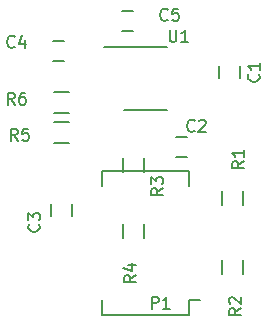
<source format=gbr>
G04 #@! TF.FileFunction,Legend,Top*
%FSLAX46Y46*%
G04 Gerber Fmt 4.6, Leading zero omitted, Abs format (unit mm)*
G04 Created by KiCad (PCBNEW 4.0.2+e4-6225~38~ubuntu16.04.1-stable) date fre  5 aug 2016 15:05:03*
%MOMM*%
G01*
G04 APERTURE LIST*
%ADD10C,0.100000*%
%ADD11C,0.150000*%
G04 APERTURE END LIST*
D10*
D11*
X117467000Y-128533000D02*
X117467000Y-127263000D01*
X110117000Y-128533000D02*
X110117000Y-127263000D01*
X110117000Y-116323000D02*
X110117000Y-117593000D01*
X117467000Y-116323000D02*
X117467000Y-117593000D01*
X117467000Y-128533000D02*
X110117000Y-128533000D01*
X117467000Y-116323000D02*
X110117000Y-116323000D01*
X117467000Y-127263000D02*
X118402000Y-127263000D01*
X121754000Y-108450000D02*
X121754000Y-107450000D01*
X120054000Y-107450000D02*
X120054000Y-108450000D01*
X116340000Y-115150000D02*
X117340000Y-115150000D01*
X117340000Y-113450000D02*
X116340000Y-113450000D01*
X105830000Y-119134000D02*
X105830000Y-120134000D01*
X107530000Y-120134000D02*
X107530000Y-119134000D01*
X106926000Y-105322000D02*
X105926000Y-105322000D01*
X105926000Y-107022000D02*
X106926000Y-107022000D01*
X111768000Y-104482000D02*
X112768000Y-104482000D01*
X112768000Y-102782000D02*
X111768000Y-102782000D01*
X122033000Y-118018000D02*
X122033000Y-119218000D01*
X120283000Y-119218000D02*
X120283000Y-118018000D01*
X122033000Y-123860000D02*
X122033000Y-125060000D01*
X120283000Y-125060000D02*
X120283000Y-123860000D01*
X113651000Y-115224000D02*
X113651000Y-116424000D01*
X111901000Y-116424000D02*
X111901000Y-115224000D01*
X113651000Y-120812000D02*
X113651000Y-122012000D01*
X111901000Y-122012000D02*
X111901000Y-120812000D01*
X106080000Y-112155000D02*
X107280000Y-112155000D01*
X107280000Y-113905000D02*
X106080000Y-113905000D01*
X106080000Y-109615000D02*
X107280000Y-109615000D01*
X107280000Y-111365000D02*
X106080000Y-111365000D01*
X111937700Y-111110500D02*
X115646300Y-111110500D01*
X110262700Y-105805500D02*
X115646300Y-105805500D01*
X114323905Y-127960381D02*
X114323905Y-126960381D01*
X114704858Y-126960381D01*
X114800096Y-127008000D01*
X114847715Y-127055619D01*
X114895334Y-127150857D01*
X114895334Y-127293714D01*
X114847715Y-127388952D01*
X114800096Y-127436571D01*
X114704858Y-127484190D01*
X114323905Y-127484190D01*
X115847715Y-127960381D02*
X115276286Y-127960381D01*
X115562000Y-127960381D02*
X115562000Y-126960381D01*
X115466762Y-127103238D01*
X115371524Y-127198476D01*
X115276286Y-127246095D01*
X123361143Y-108116666D02*
X123408762Y-108164285D01*
X123456381Y-108307142D01*
X123456381Y-108402380D01*
X123408762Y-108545238D01*
X123313524Y-108640476D01*
X123218286Y-108688095D01*
X123027810Y-108735714D01*
X122884952Y-108735714D01*
X122694476Y-108688095D01*
X122599238Y-108640476D01*
X122504000Y-108545238D01*
X122456381Y-108402380D01*
X122456381Y-108307142D01*
X122504000Y-108164285D01*
X122551619Y-108116666D01*
X123456381Y-107164285D02*
X123456381Y-107735714D01*
X123456381Y-107450000D02*
X122456381Y-107450000D01*
X122599238Y-107545238D01*
X122694476Y-107640476D01*
X122742095Y-107735714D01*
X117943334Y-112879143D02*
X117895715Y-112926762D01*
X117752858Y-112974381D01*
X117657620Y-112974381D01*
X117514762Y-112926762D01*
X117419524Y-112831524D01*
X117371905Y-112736286D01*
X117324286Y-112545810D01*
X117324286Y-112402952D01*
X117371905Y-112212476D01*
X117419524Y-112117238D01*
X117514762Y-112022000D01*
X117657620Y-111974381D01*
X117752858Y-111974381D01*
X117895715Y-112022000D01*
X117943334Y-112069619D01*
X118324286Y-112069619D02*
X118371905Y-112022000D01*
X118467143Y-111974381D01*
X118705239Y-111974381D01*
X118800477Y-112022000D01*
X118848096Y-112069619D01*
X118895715Y-112164857D01*
X118895715Y-112260095D01*
X118848096Y-112402952D01*
X118276667Y-112974381D01*
X118895715Y-112974381D01*
X104751143Y-120816666D02*
X104798762Y-120864285D01*
X104846381Y-121007142D01*
X104846381Y-121102380D01*
X104798762Y-121245238D01*
X104703524Y-121340476D01*
X104608286Y-121388095D01*
X104417810Y-121435714D01*
X104274952Y-121435714D01*
X104084476Y-121388095D01*
X103989238Y-121340476D01*
X103894000Y-121245238D01*
X103846381Y-121102380D01*
X103846381Y-121007142D01*
X103894000Y-120864285D01*
X103941619Y-120816666D01*
X103846381Y-120483333D02*
X103846381Y-119864285D01*
X104227333Y-120197619D01*
X104227333Y-120054761D01*
X104274952Y-119959523D01*
X104322571Y-119911904D01*
X104417810Y-119864285D01*
X104655905Y-119864285D01*
X104751143Y-119911904D01*
X104798762Y-119959523D01*
X104846381Y-120054761D01*
X104846381Y-120340476D01*
X104798762Y-120435714D01*
X104751143Y-120483333D01*
X102703334Y-105767143D02*
X102655715Y-105814762D01*
X102512858Y-105862381D01*
X102417620Y-105862381D01*
X102274762Y-105814762D01*
X102179524Y-105719524D01*
X102131905Y-105624286D01*
X102084286Y-105433810D01*
X102084286Y-105290952D01*
X102131905Y-105100476D01*
X102179524Y-105005238D01*
X102274762Y-104910000D01*
X102417620Y-104862381D01*
X102512858Y-104862381D01*
X102655715Y-104910000D01*
X102703334Y-104957619D01*
X103560477Y-105195714D02*
X103560477Y-105862381D01*
X103322381Y-104814762D02*
X103084286Y-105529048D01*
X103703334Y-105529048D01*
X115657334Y-103481143D02*
X115609715Y-103528762D01*
X115466858Y-103576381D01*
X115371620Y-103576381D01*
X115228762Y-103528762D01*
X115133524Y-103433524D01*
X115085905Y-103338286D01*
X115038286Y-103147810D01*
X115038286Y-103004952D01*
X115085905Y-102814476D01*
X115133524Y-102719238D01*
X115228762Y-102624000D01*
X115371620Y-102576381D01*
X115466858Y-102576381D01*
X115609715Y-102624000D01*
X115657334Y-102671619D01*
X116562096Y-102576381D02*
X116085905Y-102576381D01*
X116038286Y-103052571D01*
X116085905Y-103004952D01*
X116181143Y-102957333D01*
X116419239Y-102957333D01*
X116514477Y-103004952D01*
X116562096Y-103052571D01*
X116609715Y-103147810D01*
X116609715Y-103385905D01*
X116562096Y-103481143D01*
X116514477Y-103528762D01*
X116419239Y-103576381D01*
X116181143Y-103576381D01*
X116085905Y-103528762D01*
X116038286Y-103481143D01*
X122118381Y-115482666D02*
X121642190Y-115816000D01*
X122118381Y-116054095D02*
X121118381Y-116054095D01*
X121118381Y-115673142D01*
X121166000Y-115577904D01*
X121213619Y-115530285D01*
X121308857Y-115482666D01*
X121451714Y-115482666D01*
X121546952Y-115530285D01*
X121594571Y-115577904D01*
X121642190Y-115673142D01*
X121642190Y-116054095D01*
X122118381Y-114530285D02*
X122118381Y-115101714D01*
X122118381Y-114816000D02*
X121118381Y-114816000D01*
X121261238Y-114911238D01*
X121356476Y-115006476D01*
X121404095Y-115101714D01*
X121864381Y-127928666D02*
X121388190Y-128262000D01*
X121864381Y-128500095D02*
X120864381Y-128500095D01*
X120864381Y-128119142D01*
X120912000Y-128023904D01*
X120959619Y-127976285D01*
X121054857Y-127928666D01*
X121197714Y-127928666D01*
X121292952Y-127976285D01*
X121340571Y-128023904D01*
X121388190Y-128119142D01*
X121388190Y-128500095D01*
X120959619Y-127547714D02*
X120912000Y-127500095D01*
X120864381Y-127404857D01*
X120864381Y-127166761D01*
X120912000Y-127071523D01*
X120959619Y-127023904D01*
X121054857Y-126976285D01*
X121150095Y-126976285D01*
X121292952Y-127023904D01*
X121864381Y-127595333D01*
X121864381Y-126976285D01*
X115260381Y-117768666D02*
X114784190Y-118102000D01*
X115260381Y-118340095D02*
X114260381Y-118340095D01*
X114260381Y-117959142D01*
X114308000Y-117863904D01*
X114355619Y-117816285D01*
X114450857Y-117768666D01*
X114593714Y-117768666D01*
X114688952Y-117816285D01*
X114736571Y-117863904D01*
X114784190Y-117959142D01*
X114784190Y-118340095D01*
X114260381Y-117435333D02*
X114260381Y-116816285D01*
X114641333Y-117149619D01*
X114641333Y-117006761D01*
X114688952Y-116911523D01*
X114736571Y-116863904D01*
X114831810Y-116816285D01*
X115069905Y-116816285D01*
X115165143Y-116863904D01*
X115212762Y-116911523D01*
X115260381Y-117006761D01*
X115260381Y-117292476D01*
X115212762Y-117387714D01*
X115165143Y-117435333D01*
X112974381Y-125134666D02*
X112498190Y-125468000D01*
X112974381Y-125706095D02*
X111974381Y-125706095D01*
X111974381Y-125325142D01*
X112022000Y-125229904D01*
X112069619Y-125182285D01*
X112164857Y-125134666D01*
X112307714Y-125134666D01*
X112402952Y-125182285D01*
X112450571Y-125229904D01*
X112498190Y-125325142D01*
X112498190Y-125706095D01*
X112307714Y-124277523D02*
X112974381Y-124277523D01*
X111926762Y-124515619D02*
X112641048Y-124753714D01*
X112641048Y-124134666D01*
X102957334Y-113736381D02*
X102624000Y-113260190D01*
X102385905Y-113736381D02*
X102385905Y-112736381D01*
X102766858Y-112736381D01*
X102862096Y-112784000D01*
X102909715Y-112831619D01*
X102957334Y-112926857D01*
X102957334Y-113069714D01*
X102909715Y-113164952D01*
X102862096Y-113212571D01*
X102766858Y-113260190D01*
X102385905Y-113260190D01*
X103862096Y-112736381D02*
X103385905Y-112736381D01*
X103338286Y-113212571D01*
X103385905Y-113164952D01*
X103481143Y-113117333D01*
X103719239Y-113117333D01*
X103814477Y-113164952D01*
X103862096Y-113212571D01*
X103909715Y-113307810D01*
X103909715Y-113545905D01*
X103862096Y-113641143D01*
X103814477Y-113688762D01*
X103719239Y-113736381D01*
X103481143Y-113736381D01*
X103385905Y-113688762D01*
X103338286Y-113641143D01*
X102703334Y-110688381D02*
X102370000Y-110212190D01*
X102131905Y-110688381D02*
X102131905Y-109688381D01*
X102512858Y-109688381D01*
X102608096Y-109736000D01*
X102655715Y-109783619D01*
X102703334Y-109878857D01*
X102703334Y-110021714D01*
X102655715Y-110116952D01*
X102608096Y-110164571D01*
X102512858Y-110212190D01*
X102131905Y-110212190D01*
X103560477Y-109688381D02*
X103370000Y-109688381D01*
X103274762Y-109736000D01*
X103227143Y-109783619D01*
X103131905Y-109926476D01*
X103084286Y-110116952D01*
X103084286Y-110497905D01*
X103131905Y-110593143D01*
X103179524Y-110640762D01*
X103274762Y-110688381D01*
X103465239Y-110688381D01*
X103560477Y-110640762D01*
X103608096Y-110593143D01*
X103655715Y-110497905D01*
X103655715Y-110259810D01*
X103608096Y-110164571D01*
X103560477Y-110116952D01*
X103465239Y-110069333D01*
X103274762Y-110069333D01*
X103179524Y-110116952D01*
X103131905Y-110164571D01*
X103084286Y-110259810D01*
X115824095Y-104354381D02*
X115824095Y-105163905D01*
X115871714Y-105259143D01*
X115919333Y-105306762D01*
X116014571Y-105354381D01*
X116205048Y-105354381D01*
X116300286Y-105306762D01*
X116347905Y-105259143D01*
X116395524Y-105163905D01*
X116395524Y-104354381D01*
X117395524Y-105354381D02*
X116824095Y-105354381D01*
X117109809Y-105354381D02*
X117109809Y-104354381D01*
X117014571Y-104497238D01*
X116919333Y-104592476D01*
X116824095Y-104640095D01*
M02*

</source>
